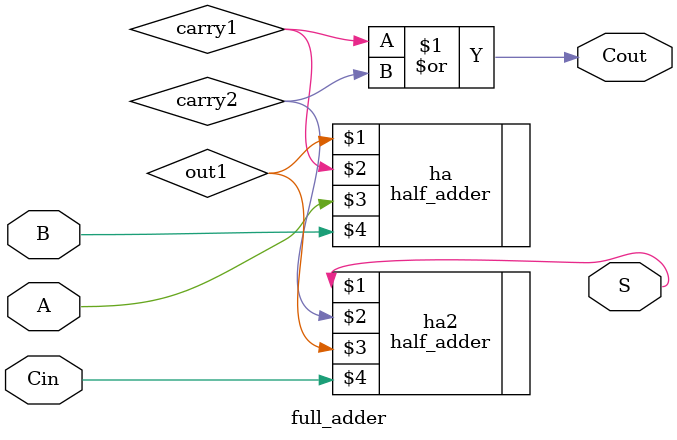
<source format=v>
module full_adder(
    output  S,
    output  Cout,
    input   A,
    input   B,
    input   Cin
    );

    // TODO
	 wire out1;
	 wire carry1;

	half_adder ha(out1, carry1, A, B);
	
	half_adder ha2(S, carry2, out1, Cin);
	
	or(Cout, carry1, carry2);	 
	
endmodule

</source>
